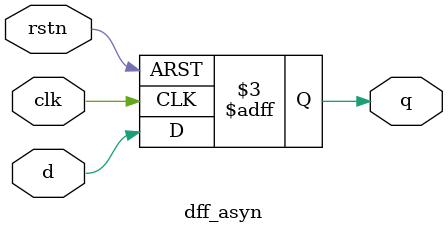
<source format=v>
`timescale 1ns / 1ps


module dff_asyn(
    input d, rstn, clk,
    output reg q
);

    always @ (posedge clk or negedge rstn)
        if(!rstn)
            q <= 0;
        else
            q <= d;
    
endmodule

</source>
